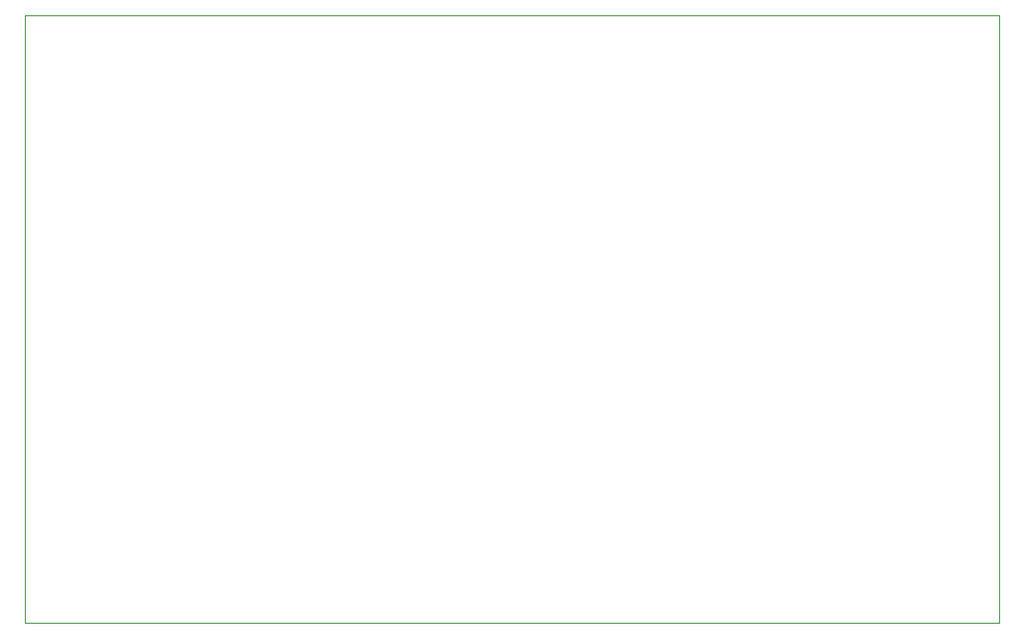
<source format=gbr>
%TF.GenerationSoftware,KiCad,Pcbnew,6.0.11+dfsg-1~bpo11+1*%
%TF.CreationDate,2025-01-21T21:26:14+01:00*%
%TF.ProjectId,Boelgene_v1d1,426f656c-6765-46e6-955f-763164312e6b,rev?*%
%TF.SameCoordinates,Original*%
%TF.FileFunction,Profile,NP*%
%FSLAX46Y46*%
G04 Gerber Fmt 4.6, Leading zero omitted, Abs format (unit mm)*
G04 Created by KiCad (PCBNEW 6.0.11+dfsg-1~bpo11+1) date 2025-01-21 21:26:14*
%MOMM*%
%LPD*%
G01*
G04 APERTURE LIST*
%TA.AperFunction,Profile*%
%ADD10C,0.100000*%
%TD*%
G04 APERTURE END LIST*
D10*
X28448000Y-77724000D02*
X114808000Y-77724000D01*
X114808000Y-77724000D02*
X114808000Y-131572000D01*
X114808000Y-131572000D02*
X28448000Y-131572000D01*
X28448000Y-131572000D02*
X28448000Y-77724000D01*
M02*

</source>
